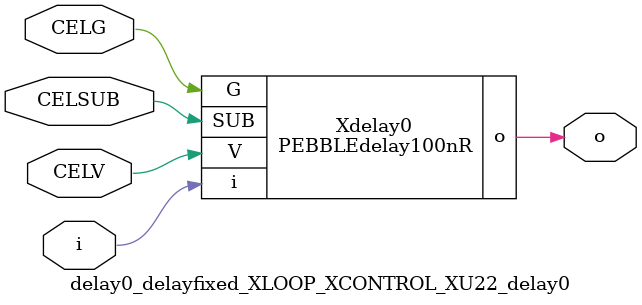
<source format=v>



module PEBBLEdelay100nR ( o, V, G, i, SUB );

  input V;
  input i;
  input G;
  output o;
  input SUB;
endmodule

//Celera Confidential Do Not Copy delay0_delayfixed_XLOOP_XCONTROL_XU22_delay0
//TYPE: fixed 100ns
module delay0_delayfixed_XLOOP_XCONTROL_XU22_delay0 (i, CELV, o,
CELG,CELSUB);
input CELV;
input i;
output o;
input CELSUB;
input CELG;

//Celera Confidential Do Not Copy delayfast0
PEBBLEdelay100nR Xdelay0(
.V (CELV),
.i (i),
.o (o),
.G (CELG),
.SUB (CELSUB)
);
//,diesize,PEBBLEdelay100nR

//Celera Confidential Do Not Copy Module End
//Celera Schematic Generator
endmodule

</source>
